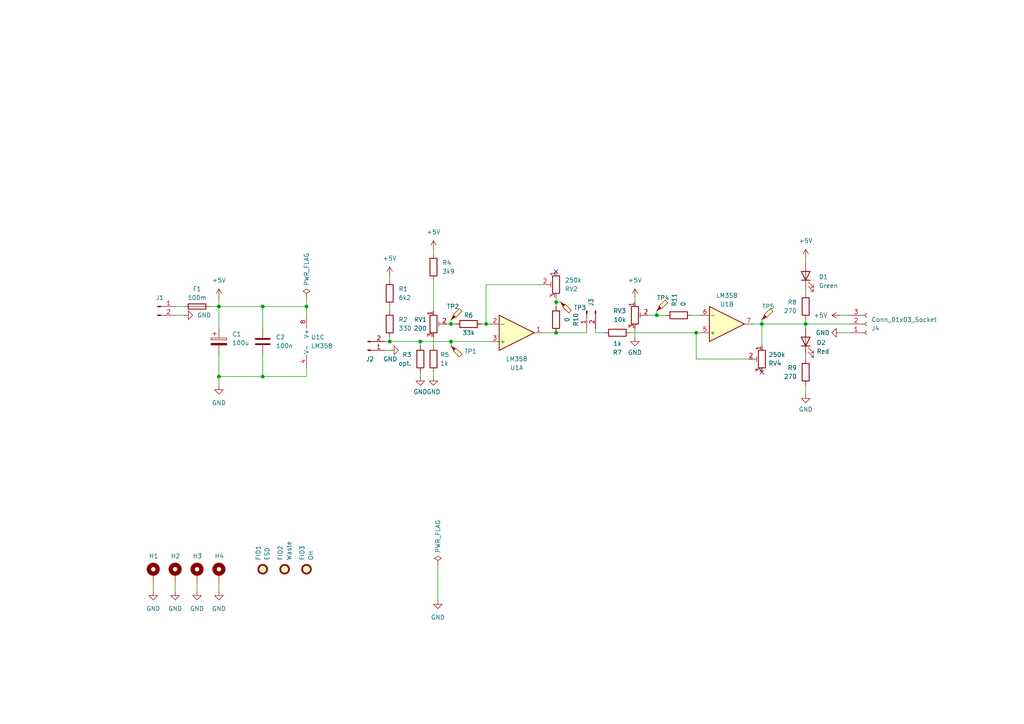
<source format=kicad_sch>
(kicad_sch (version 20230121) (generator eeschema)
  (paper "A4")
  (title_block (title "${acronym} - ${title}") (date "${date}") (rev "${revision}") (company "${company}") (comment 1 "${creator}") (comment 2 "${license}"))
  (lib_symbols
    (symbol "Amplifier_Operational:LM358" (pin_names (offset 0.127))
      (property "Reference" "U" (at 0 5.08 0))
      (property "Value" "LM358" (at 0 -5.08 0))
      (symbol "LM358_1_1"
        (polyline (pts (xy -5.08 5.08) (xy 5.08 0) (xy -5.08 -5.08) (xy -5.08 5.08)) (stroke (width 0.254)) (fill (type background)))
        (pin output line (at 7.62 0 180) (length 2.54) (name "~") (number "1"))
        (pin input line (at -7.62 -2.54 0) (length 2.54) (name "-") (number "2"))
        (pin input line (at -7.62 2.54 0) (length 2.54) (name "+") (number "3"))
      )
      (symbol "LM358_2_1"
        (polyline (pts (xy -5.08 5.08) (xy 5.08 0) (xy -5.08 -5.08) (xy -5.08 5.08)) (stroke (width 0.254)) (fill (type background)))
        (pin input line (at -7.62 2.54 0) (length 2.54) (name "+") (number "5"))
        (pin input line (at -7.62 -2.54 0) (length 2.54) (name "-") (number "6"))
        (pin output line (at 7.62 0 180) (length 2.54) (name "~") (number "7"))
      )
      (symbol "LM358_3_1"
        (pin power_in line (at -2.54 -7.62 90) (length 3.81) (name "V-") (number "4"))
        (pin power_in line (at -2.54 7.62 270) (length 3.81) (name "V+") (number "8"))
      )
    )
    (symbol "Connector:Conn_01x02_Pin" (pin_names (offset 1.016) hide)
      (property "Reference" "J" (at 0 2.54 0))
      (property "Value" "Conn_01x02_Pin" (at 0 -5.08 0))
      (symbol "Conn_01x02_Pin_1_1"
        (polyline (pts (xy 1.27 -2.54) (xy 0.8636 -2.54)) (stroke (width 0.1524)))
        (polyline (pts (xy 1.27 0) (xy 0.8636 0)) (stroke (width 0.1524)))
        (rectangle (start 0.8636 -2.413) (end 0 -2.667) (stroke (width 0.1524)) (fill (type outline)))
        (rectangle (start 0.8636 0.127) (end 0 -0.127) (stroke (width 0.1524)) (fill (type outline)))
        (pin passive line (at 5.08 0 180) (length 3.81) (name "Pin_1") (number "1"))
        (pin passive line (at 5.08 -2.54 180) (length 3.81) (name "Pin_2") (number "2"))
      )
    )
    (symbol "Connector:Conn_01x03_Socket" (pin_names (offset 1.016) hide)
      (property "Reference" "J" (at 0 5.08 0))
      (property "Value" "Conn_01x03_Socket" (at 0 -5.08 0))
      (symbol "Conn_01x03_Socket_1_1"
        (arc (start 0 -2.032) (mid -0.5058 -2.54) (end 0 -3.048) (stroke (width 0.1524)))
        (polyline (pts (xy -1.27 -2.54) (xy -0.508 -2.54)) (stroke (width 0.1524)))
        (polyline (pts (xy -1.27 0) (xy -0.508 0)) (stroke (width 0.1524)))
        (polyline (pts (xy -1.27 2.54) (xy -0.508 2.54)) (stroke (width 0.1524)))
        (arc (start 0 0.508) (mid -0.5058 0) (end 0 -0.508) (stroke (width 0.1524)))
        (arc (start 0 3.048) (mid -0.5058 2.54) (end 0 2.032) (stroke (width 0.1524)))
        (pin passive line (at -5.08 2.54 0) (length 3.81) (name "Pin_1") (number "1"))
        (pin passive line (at -5.08 0 0) (length 3.81) (name "Pin_2") (number "2"))
        (pin passive line (at -5.08 -2.54 0) (length 3.81) (name "Pin_3") (number "3"))
      )
    )
    (symbol "Connector:TestPoint_Probe" (pin_numbers hide) (pin_names (offset 0.762) hide)
      (property "Reference" "TP" (at 1.651 5.842 0))
      (property "Value" "TestPoint_Probe" (at 1.651 4.064 0))
      (symbol "TestPoint_Probe_0_1"
        (polyline (pts (xy 1.27 0.762) (xy 0 0) (xy 0.762 1.27) (xy 1.27 0.762)) (fill (type outline)))
        (polyline (pts (xy 1.397 0.635) (xy 0.635 1.397) (xy 2.413 3.175) (xy 3.175 2.413) (xy 1.397 0.635)) (fill (type background)))
      )
      (symbol "TestPoint_Probe_1_1"
        (pin passive line (at 0 0 90) (length 0) (name "1") (number "1"))
      )
    )
    (symbol "Device:C" (pin_numbers hide) (pin_names (offset 0.254))
      (property "Reference" "C" (at 0.635 2.54 0))
      (property "Value" "C" (at 0.635 -2.54 0))
      (symbol "C_0_1"
        (polyline (pts (xy -2.032 -0.762) (xy 2.032 -0.762)) (stroke (width 0.508)))
        (polyline (pts (xy -2.032 0.762) (xy 2.032 0.762)) (stroke (width 0.508)))
      )
      (symbol "C_1_1"
        (pin passive line (at 0 3.81 270) (length 2.794) (name "~") (number "1"))
        (pin passive line (at 0 -3.81 90) (length 2.794) (name "~") (number "2"))
      )
    )
    (symbol "Device:C_Polarized" (pin_numbers hide) (pin_names (offset 0.254))
      (property "Reference" "C" (at 0.635 2.54 0))
      (property "Value" "C_Polarized" (at 0.635 -2.54 0))
      (symbol "C_Polarized_0_1"
        (rectangle (start -2.286 0.508) (end 2.286 1.016))
        (polyline (pts (xy -1.778 2.286) (xy -0.762 2.286)))
        (polyline (pts (xy -1.27 2.794) (xy -1.27 1.778)))
        (rectangle (start 2.286 -0.508) (end -2.286 -1.016) (fill (type outline)))
      )
      (symbol "C_Polarized_1_1"
        (pin passive line (at 0 3.81 270) (length 2.794) (name "~") (number "1"))
        (pin passive line (at 0 -3.81 90) (length 2.794) (name "~") (number "2"))
      )
    )
    (symbol "Device:Fuse" (pin_numbers hide) (pin_names (offset 0))
      (property "Reference" "F" (at 2.032 0 90))
      (property "Value" "Fuse" (at -1.905 0 90))
      (symbol "Fuse_0_1"
        (rectangle (start -0.762 -2.54) (end 0.762 2.54) (stroke (width 0.254)))
        (polyline (pts (xy 0 2.54) (xy 0 -2.54)))
      )
      (symbol "Fuse_1_1"
        (pin passive line (at 0 3.81 270) (length 1.27) (name "~") (number "1"))
        (pin passive line (at 0 -3.81 90) (length 1.27) (name "~") (number "2"))
      )
    )
    (symbol "Device:LED" (pin_numbers hide) (pin_names (offset 1.016) hide)
      (property "Reference" "D" (at 0 2.54 0))
      (property "Value" "LED" (at 0 -2.54 0))
      (symbol "LED_0_1"
        (polyline (pts (xy -1.27 -1.27) (xy -1.27 1.27)) (stroke (width 0.254)))
        (polyline (pts (xy -1.27 0) (xy 1.27 0)))
        (polyline (pts (xy 1.27 -1.27) (xy 1.27 1.27) (xy -1.27 0) (xy 1.27 -1.27)) (stroke (width 0.254)))
        (polyline (pts (xy -3.048 -0.762) (xy -4.572 -2.286) (xy -3.81 -2.286) (xy -4.572 -2.286) (xy -4.572 -1.524)))
        (polyline (pts (xy -1.778 -0.762) (xy -3.302 -2.286) (xy -2.54 -2.286) (xy -3.302 -2.286) (xy -3.302 -1.524)))
      )
      (symbol "LED_1_1"
        (pin passive line (at -3.81 0 0) (length 2.54) (name "K") (number "1"))
        (pin passive line (at 3.81 0 180) (length 2.54) (name "A") (number "2"))
      )
    )
    (symbol "Device:R" (pin_numbers hide) (pin_names (offset 0))
      (property "Reference" "R" (at 2.032 0 90))
      (property "Value" "R" (at 0 0 90))
      (symbol "R_0_1"
        (rectangle (start -1.016 -2.54) (end 1.016 2.54) (stroke (width 0.254)))
      )
      (symbol "R_1_1"
        (pin passive line (at 0 3.81 270) (length 1.27) (name "~") (number "1"))
        (pin passive line (at 0 -3.81 90) (length 1.27) (name "~") (number "2"))
      )
    )
    (symbol "Device:R_Potentiometer_Trim" (pin_names (offset 1.016) hide)
      (property "Reference" "RV" (at -4.445 0 90))
      (property "Value" "R_Potentiometer_Trim" (at -2.54 0 90))
      (symbol "R_Potentiometer_Trim_0_1"
        (polyline (pts (xy 1.524 0.762) (xy 1.524 -0.762)))
        (polyline (pts (xy 2.54 0) (xy 1.524 0)))
        (rectangle (start 1.016 2.54) (end -1.016 -2.54) (stroke (width 0.254)))
      )
      (symbol "R_Potentiometer_Trim_1_1"
        (pin passive line (at 0 3.81 270) (length 1.27) (name "1") (number "1"))
        (pin passive line (at 3.81 0 180) (length 1.27) (name "2") (number "2"))
        (pin passive line (at 0 -3.81 90) (length 1.27) (name "3") (number "3"))
      )
    )
    (symbol "Mechanical:Fiducial"
      (property "Reference" "FID" (at 0 5.08 0))
      (property "Value" "Fiducial" (at 0 3.175 0))
      (symbol "Fiducial_0_1"
        (circle (center 0 0) (radius 1.27) (stroke (width 0.508)) (fill (type background)))
      )
    )
    (symbol "Mechanical:MountingHole_Pad" (pin_numbers hide) (pin_names (offset 1.016) hide)
      (property "Reference" "H" (at 0 6.35 0))
      (property "Value" "MountingHole_Pad" (at 0 4.445 0))
      (symbol "MountingHole_Pad_0_1"
        (circle (center 0 1.27) (radius 1.27) (stroke (width 1.27)))
      )
      (symbol "MountingHole_Pad_1_1"
        (pin input line (at 0 -2.54 90) (length 2.54) (name "1") (number "1"))
      )
    )
    (symbol "power:+5V" (power) (pin_names (offset 0))
      (property "Value" "+5V" (at 0 3.556 0))
      (symbol "+5V_0_1"
        (polyline (pts (xy -0.762 1.27) (xy 0 2.54)))
        (polyline (pts (xy 0 0) (xy 0 2.54)))
        (polyline (pts (xy 0 2.54) (xy 0.762 1.27)))
      )
      (symbol "+5V_1_1"
        (pin power_in line (at 0 0 90) (length 0) hide (name "+5V") (number "1"))
      )
    )
    (symbol "power:GND" (power) (pin_names (offset 0))
      (property "Value" "GND" (at 0 -3.81 0))
      (symbol "GND_0_1"
        (polyline (pts (xy 0 0) (xy 0 -1.27) (xy 1.27 -1.27) (xy 0 -2.54) (xy -1.27 -1.27) (xy 0 -1.27)))
      )
      (symbol "GND_1_1"
        (pin power_in line (at 0 0 270) (length 0) hide (name "GND") (number "1"))
      )
    )
    (symbol "power:PWR_FLAG" (power) (pin_numbers hide) (pin_names (offset 0) hide)
      (property "Value" "PWR_FLAG" (at 0 3.81 0))
      (symbol "PWR_FLAG_0_0"
        (pin power_out line (at 0 0 90) (length 0) (name "pwr") (number "1"))
      )
      (symbol "PWR_FLAG_0_1"
        (polyline (pts (xy 0 0) (xy 0 1.27) (xy -1.016 1.905) (xy 0 2.54) (xy 1.016 1.905) (xy 0 1.27)))
      )
    )
  )
  (junction (at 233.68 93.98))
  (junction (at 130.81 99.06))
  (junction (at 121.92 99.06))
  (junction (at 76.2 109.22))
  (junction (at 201.93 96.52))
  (junction (at 190.5 91.44))
  (junction (at 220.98 93.98))
  (junction (at 88.9 88.9))
  (junction (at 76.2 88.9))
  (junction (at 113.03 99.06))
  (junction (at 63.5 109.22))
  (junction (at 130.81 93.98))
  (junction (at 161.29 87.63))
  (junction (at 161.29 96.52))
  (junction (at 63.5 88.9))
  (junction (at 140.97 93.98))
  (no_connect (at 161.29 78.74))
  (no_connect (at 220.98 107.95))
  (wire (pts (xy 121.92 107.95) (xy 121.92 109.22)))
  (wire (pts (xy 113.03 99.06) (xy 121.92 99.06)))
  (wire (pts (xy 187.96 91.44) (xy 190.5 91.44)))
  (wire (pts (xy 220.98 92.71) (xy 220.98 93.98)))
  (wire (pts (xy 130.81 93.98) (xy 132.08 93.98)))
  (wire (pts (xy 184.15 86.36) (xy 184.15 87.63)))
  (wire (pts (xy 172.72 96.52) (xy 175.26 96.52)))
  (wire (pts (xy 220.98 93.98) (xy 233.68 93.98)))
  (wire (pts (xy 190.5 91.44) (xy 193.04 91.44)))
  (wire (pts (xy 125.73 97.79) (xy 125.73 100.33)))
  (wire (pts (xy 220.98 100.33) (xy 220.98 93.98)))
  (wire (pts (xy 50.8 168.91) (xy 50.8 171.45)))
  (wire (pts (xy 172.72 95.25) (xy 172.72 96.52)))
  (wire (pts (xy 218.44 93.98) (xy 220.98 93.98)))
  (wire (pts (xy 44.45 168.91) (xy 44.45 171.45)))
  (wire (pts (xy 63.5 168.91) (xy 63.5 171.45)))
  (wire (pts (xy 130.81 99.06) (xy 130.81 100.33)))
  (wire (pts (xy 88.9 106.68) (xy 88.9 109.22)))
  (wire (pts (xy 127 163.83) (xy 127 173.99)))
  (wire (pts (xy 113.03 88.9) (xy 113.03 90.17)))
  (wire (pts (xy 125.73 107.95) (xy 125.73 109.22)))
  (wire (pts (xy 111.76 101.6) (xy 113.03 101.6)))
  (wire (pts (xy 233.68 93.98) (xy 246.38 93.98)))
  (wire (pts (xy 157.48 82.55) (xy 140.97 82.55)))
  (wire (pts (xy 113.03 97.79) (xy 113.03 99.06)))
  (wire (pts (xy 161.29 87.63) (xy 162.56 87.63)))
  (wire (pts (xy 121.92 99.06) (xy 121.92 100.33)))
  (wire (pts (xy 63.5 88.9) (xy 63.5 95.25)))
  (wire (pts (xy 243.84 96.52) (xy 246.38 96.52)))
  (wire (pts (xy 140.97 82.55) (xy 140.97 93.98)))
  (wire (pts (xy 76.2 88.9) (xy 76.2 95.25)))
  (wire (pts (xy 60.96 88.9) (xy 63.5 88.9)))
  (wire (pts (xy 201.93 96.52) (xy 203.2 96.52)))
  (wire (pts (xy 88.9 109.22) (xy 76.2 109.22)))
  (wire (pts (xy 190.5 90.17) (xy 190.5 91.44)))
  (wire (pts (xy 57.15 168.91) (xy 57.15 171.45)))
  (wire (pts (xy 121.92 99.06) (xy 130.81 99.06)))
  (wire (pts (xy 201.93 104.14) (xy 201.93 96.52)))
  (wire (pts (xy 161.29 96.52) (xy 170.18 96.52)))
  (wire (pts (xy 63.5 109.22) (xy 63.5 111.76)))
  (wire (pts (xy 170.18 95.25) (xy 170.18 96.52)))
  (wire (pts (xy 130.81 92.71) (xy 130.81 93.98)))
  (wire (pts (xy 113.03 80.01) (xy 113.03 81.28)))
  (wire (pts (xy 233.68 74.93) (xy 233.68 76.2)))
  (wire (pts (xy 233.68 111.76) (xy 233.68 114.3)))
  (wire (pts (xy 88.9 91.44) (xy 88.9 88.9)))
  (wire (pts (xy 125.73 72.39) (xy 125.73 73.66)))
  (wire (pts (xy 111.76 99.06) (xy 113.03 99.06)))
  (wire (pts (xy 233.68 92.71) (xy 233.68 93.98)))
  (wire (pts (xy 63.5 109.22) (xy 76.2 109.22)))
  (wire (pts (xy 140.97 93.98) (xy 142.24 93.98)))
  (wire (pts (xy 182.88 96.52) (xy 201.93 96.52)))
  (wire (pts (xy 139.7 93.98) (xy 140.97 93.98)))
  (wire (pts (xy 233.68 95.25) (xy 233.68 93.98)))
  (wire (pts (xy 201.93 104.14) (xy 217.17 104.14)))
  (wire (pts (xy 76.2 88.9) (xy 88.9 88.9)))
  (wire (pts (xy 233.68 102.87) (xy 233.68 104.14)))
  (wire (pts (xy 200.66 91.44) (xy 203.2 91.44)))
  (wire (pts (xy 130.81 99.06) (xy 142.24 99.06)))
  (wire (pts (xy 157.48 96.52) (xy 161.29 96.52)))
  (wire (pts (xy 184.15 95.25) (xy 184.15 97.79)))
  (wire (pts (xy 76.2 102.87) (xy 76.2 109.22)))
  (wire (pts (xy 50.8 91.44) (xy 53.34 91.44)))
  (wire (pts (xy 161.29 87.63) (xy 161.29 88.9)))
  (wire (pts (xy 233.68 83.82) (xy 233.68 85.09)))
  (wire (pts (xy 63.5 86.36) (xy 63.5 88.9)))
  (wire (pts (xy 161.29 86.36) (xy 161.29 87.63)))
  (wire (pts (xy 243.84 91.44) (xy 246.38 91.44)))
  (wire (pts (xy 63.5 88.9) (xy 76.2 88.9)))
  (wire (pts (xy 50.8 88.9) (xy 53.34 88.9)))
  (wire (pts (xy 125.73 81.28) (xy 125.73 90.17)))
  (wire (pts (xy 88.9 86.36) (xy 88.9 88.9)))
  (wire (pts (xy 129.54 93.98) (xy 130.81 93.98)))
  (wire (pts (xy 63.5 102.87) (xy 63.5 109.22)))
  (symbol (lib_id "Device:R_Potentiometer_Trim") (at 220.98 104.14 0) (mirror y) (unit 1)
    (property "Reference" "RV4" (at 222.885 105.41 0) (effects (justify right)))
    (property "Value" "250k" (at 222.885 102.87 0) (effects (justify right)))
    (property "Footprint" "Potentiometer_THT:Potentiometer_Bourns_3296W_Vertical" (effects hide))
    (property "Hersteller" "HTL" (effects hide))
    (property "Nummer" "103424" (effects hide))
  )
  (symbol (lib_id "Mechanical:MountingHole_Pad") (at 50.8 166.37 0) (unit 1)
    (property "Reference" "H2" (at 49.53 161.29 0) (effects (justify left)))
    (property "Value" "MountingHole_Pad" (effects hide))
    (property "Footprint" "MountingHole:MountingHole_3.2mm_M3_DIN965_Pad" (effects hide))
    (property "Hersteller" "HTL" (effects hide))
    (property "Nummer" "101018, 101382 " (effects hide))
  )
  (symbol (lib_id "Device:R") (at 113.03 93.98 0) (unit 1)
    (property "Reference" "R2" (at 115.57 92.71 0) (effects (justify left)))
    (property "Value" "330" (at 115.57 95.25 0) (effects (justify left)))
    (property "Footprint" "Resistor_SMD:R_1206_3216Metric" (effects hide))
    (property "Hersteller" "HTL" (effects hide))
    (property "Nummer" "102940" (effects hide))
  )
  (symbol (lib_id "power:GND") (at 63.5 111.76 0) (unit 1)
    (property "Reference" "#PWR05" (effects hide))
    (property "Value" "GND" (at 63.5 116.84 0))
  )
  (symbol (lib_id "Device:R") (at 135.89 93.98 90) (unit 1)
    (property "Reference" "R6" (at 135.89 91.44 90))
    (property "Value" "33k" (at 135.89 96.52 90))
    (property "Footprint" "Resistor_SMD:R_1206_3216Metric" (effects hide))
    (property "Hersteller" "HTL" (effects hide))
    (property "Nummer" "102977" (effects hide))
  )
  (symbol (lib_id "Mechanical:Fiducial") (at 76.2 165.1 270) (mirror x) (unit 1)
    (property "Reference" "FID1" (at 74.93 162.56 0) (effects (justify left)))
    (property "Value" "ESD" (at 77.47 162.56 0) (effects (justify left)))
    (property "Footprint" "Symbol:ESD-Logo_6.6x6mm_SilkScreen" (effects hide))
  )
  (symbol (lib_id "power:GND") (at 44.45 171.45 0) (unit 1)
    (property "Reference" "#PWR01" (effects hide))
    (property "Value" "GND" (at 44.45 176.53 0))
  )
  (symbol (lib_id "Device:C") (at 76.2 99.06 0) (unit 1)
    (property "Reference" "C2" (at 80.01 97.79 0) (effects (justify left)))
    (property "Value" "100n" (at 80.01 100.33 0) (effects (justify left)))
    (property "Footprint" "Capacitor_SMD:C_1206_3216Metric" (effects hide))
    (property "Hersteller" "HTL" (effects hide))
    (property "Nummer" "100128" (effects hide))
  )
  (symbol (lib_id "Connector:TestPoint_Probe") (at 130.81 92.71 0) (unit 1)
    (property "Reference" "TP2" (at 129.54 88.9 0) (effects (justify left)))
    (property "Value" "TestPoint_Probe" (effects hide))
    (property "Footprint" "TestPoint:TestPoint_Pad_D1.5mm" (effects hide))
  )
  (symbol (lib_id "power:GND") (at 125.73 109.22 0) (unit 1)
    (property "Reference" "#PWR012" (effects hide))
    (property "Value" "GND" (at 125.73 113.665 0))
  )
  (symbol (lib_id "power:+5V") (at 233.68 74.93 0) (unit 1)
    (property "Reference" "#PWR015" (effects hide))
    (property "Value" "+5V" (at 233.68 69.85 0))
  )
  (symbol (lib_id "Device:R") (at 125.73 104.14 0) (unit 1)
    (property "Reference" "R5" (at 127.635 102.87 0) (effects (justify left)))
    (property "Value" "1k" (at 127.635 105.41 0) (effects (justify left)))
    (property "Footprint" "Resistor_SMD:R_1206_3216Metric" (effects hide))
    (property "Hersteller" "HTL" (effects hide))
    (property "Nummer" "102951" (effects hide))
  )
  (symbol (lib_id "Device:C_Polarized") (at 63.5 99.06 0) (unit 1)
    (property "Reference" "C1" (at 67.31 96.901 0) (effects (justify left)))
    (property "Value" "100u" (at 67.31 99.441 0) (effects (justify left)))
    (property "Footprint" "Capacitor_SMD:CP_Elec_8x6.5" (effects hide))
    (property "Hersteller" "HTL" (effects hide))
    (property "Nummer" "100142" (effects hide))
  )
  (symbol (lib_id "Mechanical:Fiducial") (at 88.9 165.1 270) (mirror x) (unit 1)
    (property "Reference" "FID3" (at 87.63 162.56 0) (effects (justify left)))
    (property "Value" "OH" (at 90.17 162.56 0) (effects (justify left)))
    (property "Footprint" "Symbol:OSHW-Logo_5.7x6mm_SilkScreen" (effects hide))
  )
  (symbol (lib_id "Mechanical:MountingHole_Pad") (at 44.45 166.37 0) (unit 1)
    (property "Reference" "H1" (at 43.18 161.29 0) (effects (justify left)))
    (property "Value" "MountingHole_Pad" (effects hide))
    (property "Footprint" "MountingHole:MountingHole_3.2mm_M3_DIN965_Pad" (effects hide))
    (property "Hersteller" "HTL" (effects hide))
    (property "Nummer" "101018, 101382 " (effects hide))
  )
  (symbol (lib_id "power:GND") (at 57.15 171.45 0) (unit 1)
    (property "Reference" "#PWR06" (effects hide))
    (property "Value" "GND" (at 57.15 176.53 0))
  )
  (symbol (lib_id "Amplifier_Operational:LM358") (at 210.82 93.98 0) (mirror x) (unit 2)
    (property "Reference" "U1" (at 210.82 88.265 0))
    (property "Value" "LM358" (at 210.82 85.725 0))
    (property "Footprint" "Package_SO:SOIC-8_3.9x4.9mm_P1.27mm" (effects hide))
    (property "Datasheet" "http://www.ti.com/lit/ds/symlink/lm2904-n.pdf" (effects hide))
    (property "Hersteller" "HTL" (effects hide))
    (property "Nummer" "100327" (effects hide))
  )
  (symbol (lib_id "Device:LED") (at 233.68 99.06 90) (unit 1)
    (property "Reference" "D2" (at 236.855 99.3775 90) (effects (justify right)))
    (property "Value" "Red" (at 236.855 101.9175 90) (effects (justify right)))
    (property "Footprint" "LED_SMD:LED_1206_3216Metric" (effects hide))
    (property "Hersteller" "HTL" (effects hide))
    (property "Nummer" "100458" (effects hide))
  )
  (symbol (lib_id "power:GND") (at 243.84 96.52 270) (unit 1)
    (property "Reference" "#PWR018" (effects hide))
    (property "Value" "GND" (at 240.665 96.52 90) (effects (justify right)))
  )
  (symbol (lib_id "power:GND") (at 113.03 101.6 90) (unit 1)
    (property "Reference" "#PWR09" (effects hide))
    (property "Value" "GND" (at 111.125 104.14 90) (effects (justify right)))
  )
  (symbol (lib_id "Device:R") (at 233.68 107.95 0) (mirror y) (unit 1)
    (property "Reference" "R9" (at 231.14 106.68 0) (effects (justify left)))
    (property "Value" "270" (at 231.14 109.22 0) (effects (justify left)))
    (property "Footprint" "Resistor_SMD:R_1206_3216Metric" (effects hide))
    (property "Hersteller" "HTL" (effects hide))
    (property "Nummer" "102938" (effects hide))
  )
  (symbol (lib_id "power:GND") (at 50.8 171.45 0) (unit 1)
    (property "Reference" "#PWR03" (effects hide))
    (property "Value" "GND" (at 50.8 176.53 0))
  )
  (symbol (lib_id "Amplifier_Operational:LM358") (at 149.86 96.52 0) (mirror x) (unit 1)
    (property "Reference" "U1" (at 149.86 106.68 0))
    (property "Value" "LM358" (at 149.86 104.14 0))
    (property "Footprint" "Package_SO:SOIC-8_3.9x4.9mm_P1.27mm" (effects hide))
    (property "Datasheet" "http://www.ti.com/lit/ds/symlink/lm2904-n.pdf" (effects hide))
    (property "Hersteller" "HTL" (effects hide))
    (property "Nummer" "100327" (effects hide))
  )
  (symbol (lib_id "power:GND") (at 53.34 91.44 90) (unit 1)
    (property "Reference" "#PWR02" (effects hide))
    (property "Value" "GND" (at 57.15 91.44 90) (effects (justify right)))
  )
  (symbol (lib_id "Connector:Conn_01x02_Pin") (at 106.68 101.6 0) (mirror x) (unit 1)
    (property "Reference" "J2" (at 107.315 104.14 0))
    (property "Value" "Conn_01x02_Pin" (effects hide))
    (property "Footprint" "Connector_Wago_SMD:WAGO_2060-402_998-404" (effects hide))
    (property "Hersteller" "HTL" (effects hide))
    (property "Nummer" "103421" (effects hide))
  )
  (symbol (lib_id "power:+5V") (at 184.15 86.36 0) (unit 1)
    (property "Reference" "#PWR013" (effects hide))
    (property "Value" "+5V" (at 184.15 81.28 0))
  )
  (symbol (lib_id "Device:R") (at 121.92 104.14 0) (mirror y) (unit 1)
    (property "Reference" "R3" (at 119.38 102.87 0) (effects (justify left)))
    (property "Value" "opt." (at 119.38 105.41 0) (effects (justify left)))
    (property "Footprint" "Resistor_SMD:R_1206_3216Metric" (effects hide))
  )
  (symbol (lib_id "Device:R_Potentiometer_Trim") (at 125.73 93.98 0) (unit 1)
    (property "Reference" "RV1" (at 123.825 92.71 0) (effects (justify right)))
    (property "Value" "200" (at 123.825 95.25 0) (effects (justify right)))
    (property "Footprint" "Potentiometer_THT:Potentiometer_Bourns_3296W_Vertical" (effects hide))
    (property "Hersteller" "HTL" (effects hide))
    (property "Nummer" "103423" (effects hide))
  )
  (symbol (lib_id "Mechanical:Fiducial") (at 82.55 165.1 270) (mirror x) (unit 1)
    (property "Reference" "FID2" (at 81.28 162.56 0) (effects (justify left)))
    (property "Value" "Waste" (at 83.82 162.56 0) (effects (justify left)))
    (property "Footprint" "Symbol:WEEE-Logo_4.2x6mm_SilkScreen" (effects hide))
  )
  (symbol (lib_id "Device:R") (at 196.85 91.44 90) (unit 1)
    (property "Reference" "R11" (at 195.58 88.9 0) (effects (justify left)))
    (property "Value" "0" (at 198.12 88.9 0) (effects (justify left)))
    (property "Footprint" "Resistor_SMD:R_1206_3216Metric" (effects hide))
    (property "Hersteller" "HTL" (effects hide))
    (property "Nummer" "102902" (effects hide))
  )
  (symbol (lib_id "power:+5V") (at 113.03 80.01 0) (unit 1)
    (property "Reference" "#PWR08" (effects hide))
    (property "Value" "+5V" (at 113.03 74.93 0))
  )
  (symbol (lib_id "power:GND") (at 63.5 171.45 0) (unit 1)
    (property "Reference" "#PWR07" (effects hide))
    (property "Value" "GND" (at 63.5 176.53 0))
  )
  (symbol (lib_id "Device:LED") (at 233.68 80.01 90) (unit 1)
    (property "Reference" "D1" (at 237.49 80.3275 90) (effects (justify right)))
    (property "Value" "Green" (at 237.49 82.8675 90) (effects (justify right)))
    (property "Footprint" "LED_SMD:LED_1206_3216Metric" (effects hide))
    (property "Hersteller" "HTL" (effects hide))
    (property "Nummer" "100459" (effects hide))
  )
  (symbol (lib_id "power:+5V") (at 63.5 86.36 0) (unit 1)
    (property "Reference" "#PWR04" (effects hide))
    (property "Value" "+5V" (at 63.5 81.28 0))
  )
  (symbol (lib_id "Connector:Conn_01x03_Socket") (at 251.46 93.98 0) (mirror x) (unit 1)
    (property "Reference" "J4" (at 252.73 95.25 0) (effects (justify left)))
    (property "Value" "Conn_01x03_Socket" (at 252.73 92.71 0) (effects (justify left)))
    (property "Footprint" "Connector_PinHeader_2.54mm:PinHeader_1x03_P2.54mm_Vertical" (effects hide))
    (property "Hersteller" "HTL" (effects hide))
    (property "Nummer" "101521" (effects hide))
  )
  (symbol (lib_id "Device:R") (at 233.68 88.9 0) (mirror y) (unit 1)
    (property "Reference" "R8" (at 231.14 87.63 0) (effects (justify left)))
    (property "Value" "270" (at 231.14 90.17 0) (effects (justify left)))
    (property "Footprint" "Resistor_SMD:R_1206_3216Metric" (effects hide))
    (property "Hersteller" "HTL" (effects hide))
    (property "Nummer" "102938" (effects hide))
  )
  (symbol (lib_id "Device:R_Potentiometer_Trim") (at 161.29 82.55 0) (mirror y) (unit 1)
    (property "Reference" "RV2" (at 163.83 83.82 0) (effects (justify right)))
    (property "Value" "250k" (at 163.83 81.28 0) (effects (justify right)))
    (property "Footprint" "Potentiometer_THT:Potentiometer_Bourns_3296W_Vertical" (effects hide))
    (property "Hersteller" "HTL" (effects hide))
    (property "Nummer" "103424" (effects hide))
  )
  (symbol (lib_id "power:+5V") (at 243.84 91.44 90) (unit 1)
    (property "Reference" "#PWR017" (effects hide))
    (property "Value" "+5V" (at 240.03 91.44 90) (effects (justify left)))
  )
  (symbol (lib_id "Connector:TestPoint_Probe") (at 130.81 100.33 0) (mirror x) (unit 1)
    (property "Reference" "TP1" (at 134.62 101.9175 0) (effects (justify left)))
    (property "Value" "TestPoint_Probe" (effects hide))
    (property "Footprint" "TestPoint:TestPoint_Pad_D1.5mm" (effects hide))
  )
  (symbol (lib_id "power:PWR_FLAG") (at 127 163.83 0) (unit 1)
    (property "Reference" "#FLG02" (effects hide))
    (property "Value" "PWR_FLAG" (at 127 155.575 90))
  )
  (symbol (lib_id "power:+5V") (at 125.73 72.39 0) (unit 1)
    (property "Reference" "#PWR011" (effects hide))
    (property "Value" "+5V" (at 125.73 67.31 0))
  )
  (symbol (lib_id "Mechanical:MountingHole_Pad") (at 57.15 166.37 0) (unit 1)
    (property "Reference" "H3" (at 55.88 161.29 0) (effects (justify left)))
    (property "Value" "MountingHole_Pad" (effects hide))
    (property "Footprint" "MountingHole:MountingHole_3.2mm_M3_DIN965_Pad" (effects hide))
    (property "Hersteller" "HTL" (effects hide))
    (property "Nummer" "101018, 101382 " (effects hide))
  )
  (symbol (lib_id "Device:R") (at 179.07 96.52 90) (mirror x) (unit 1)
    (property "Reference" "R7" (at 179.07 102.235 90))
    (property "Value" "1k" (at 179.07 99.695 90))
    (property "Footprint" "Resistor_SMD:R_1206_3216Metric" (effects hide))
    (property "Hersteller" "HTL" (effects hide))
    (property "Nummer" "102951" (effects hide))
  )
  (symbol (lib_id "Connector:TestPoint_Probe") (at 162.56 87.63 0) (mirror x) (unit 1)
    (property "Reference" "TP3" (at 166.37 89.2175 0) (effects (justify left)))
    (property "Value" "TestPoint_Probe" (effects hide))
    (property "Footprint" "TestPoint:TestPoint_Pad_D1.5mm" (effects hide))
  )
  (symbol (lib_id "Connector:TestPoint_Probe") (at 190.5 90.17 0) (unit 1)
    (property "Reference" "TP4" (at 190.5 86.36 0) (effects (justify left)))
    (property "Value" "TestPoint_Probe" (effects hide))
    (property "Footprint" "TestPoint:TestPoint_Pad_D1.5mm" (effects hide))
  )
  (symbol (lib_id "Mechanical:MountingHole_Pad") (at 63.5 166.37 0) (unit 1)
    (property "Reference" "H4" (at 62.23 161.29 0) (effects (justify left)))
    (property "Value" "MountingHole_Pad" (effects hide))
    (property "Footprint" "MountingHole:MountingHole_3.2mm_M3_DIN965_Pad" (effects hide))
    (property "Hersteller" "HTL" (effects hide))
    (property "Nummer" "101018, 101382 " (effects hide))
  )
  (symbol (lib_id "power:GND") (at 121.92 109.22 0) (unit 1)
    (property "Reference" "#PWR010" (effects hide))
    (property "Value" "GND" (at 121.92 113.665 0))
  )
  (symbol (lib_id "Device:R_Potentiometer_Trim") (at 184.15 91.44 0) (unit 1)
    (property "Reference" "RV3" (at 181.61 90.17 0) (effects (justify right)))
    (property "Value" "10k" (at 181.61 92.71 0) (effects (justify right)))
    (property "Footprint" "Potentiometer_THT:Potentiometer_Bourns_3296W_Vertical" (effects hide))
    (property "Hersteller" "HTL" (effects hide))
    (property "Nummer" "100424" (effects hide))
  )
  (symbol (lib_id "Device:R") (at 161.29 92.71 0) (mirror x) (unit 1)
    (property "Reference" "R10" (at 167.005 92.71 90))
    (property "Value" "0" (at 164.465 92.71 90))
    (property "Footprint" "Resistor_THT:R_Axial_DIN0309_L9.0mm_D3.2mm_P12.70mm_Horizontal" (effects hide))
    (property "Hersteller" "HTL" (effects hide))
    (property "Nummer" "102765" (effects hide))
  )
  (symbol (lib_id "Connector:TestPoint_Probe") (at 220.98 92.71 0) (unit 1)
    (property "Reference" "TP5" (at 220.98 88.9 0) (effects (justify left)))
    (property "Value" "TestPoint_Probe" (effects hide))
    (property "Footprint" "TestPoint:TestPoint_Pad_D1.5mm" (effects hide))
  )
  (symbol (lib_id "Amplifier_Operational:LM358") (at 91.44 99.06 0) (unit 3)
    (property "Reference" "U1" (at 90.17 97.79 0) (effects (justify left)))
    (property "Value" "LM358" (at 90.17 100.33 0) (effects (justify left)))
    (property "Footprint" "Package_SO:SOIC-8_3.9x4.9mm_P1.27mm" (effects hide))
    (property "Datasheet" "http://www.ti.com/lit/ds/symlink/lm2904-n.pdf" (effects hide))
    (property "Hersteller" "HTL" (effects hide))
    (property "Nummer" "100327" (effects hide))
  )
  (symbol (lib_id "Connector:Conn_01x02_Pin") (at 45.72 88.9 0) (unit 1)
    (property "Reference" "J1" (at 46.355 86.36 0))
    (property "Value" "Conn_01x02_Pin" (effects hide))
    (property "Footprint" "Connector_PinHeader_2.54mm:PinHeader_1x02_P2.54mm_Vertical" (effects hide))
    (property "Hersteller" "HTL" (effects hide))
    (property "Nummer" "101521" (effects hide))
  )
  (symbol (lib_id "Connector:Conn_01x02_Pin") (at 170.18 90.17 90) (mirror x) (unit 1)
    (property "Reference" "J3" (at 171.45 88.9 0) (effects (justify right)))
    (property "Value" "Conn_01x02_Pin" (effects hide))
    (property "Footprint" "Connector_PinHeader_2.54mm:PinHeader_1x02_P2.54mm_Vertical" (effects hide))
    (property "Hersteller" "HTL" (effects hide))
    (property "Nummer" "101521" (effects hide))
  )
  (symbol (lib_id "power:PWR_FLAG") (at 88.9 86.36 0) (unit 1)
    (property "Reference" "#FLG01" (effects hide))
    (property "Value" "PWR_FLAG" (at 88.9 78.105 90))
  )
  (symbol (lib_id "Device:Fuse") (at 57.15 88.9 90) (unit 1)
    (property "Reference" "F1" (at 57.15 83.82 90))
    (property "Value" "100m" (at 57.15 86.36 90))
    (property "Footprint" "Fuse:Fuse_1206_3216Metric" (effects hide))
    (property "Hersteller" "HTL" (effects hide))
    (property "Nummer" "101639" (effects hide))
  )
  (symbol (lib_id "Device:R") (at 125.73 77.47 0) (unit 1)
    (property "Reference" "R4" (at 128.27 76.2 0) (effects (justify left)))
    (property "Value" "3k9" (at 128.27 78.74 0) (effects (justify left)))
    (property "Footprint" "Resistor_SMD:R_1206_3216Metric" (effects hide))
    (property "Hersteller" "HTL" (effects hide))
    (property "Nummer" "102960" (effects hide))
  )
  (symbol (lib_id "Device:R") (at 113.03 85.09 0) (unit 1)
    (property "Reference" "R1" (at 115.57 83.82 0) (effects (justify left)))
    (property "Value" "6k2" (at 115.57 86.36 0) (effects (justify left)))
    (property "Footprint" "Resistor_SMD:R_1206_3216Metric" (effects hide))
    (property "Hersteller" "HTL" (effects hide))
    (property "Nummer" "103422" (effects hide))
  )
  (symbol (lib_id "power:GND") (at 233.68 114.3 0) (unit 1)
    (property "Reference" "#PWR016" (effects hide))
    (property "Value" "GND" (at 233.68 118.745 0))
  )
  (symbol (lib_id "power:GND") (at 127 173.99 0) (unit 1)
    (property "Reference" "#PWR023" (effects hide))
    (property "Value" "GND" (at 127 179.07 0))
  )
  (symbol (lib_id "power:GND") (at 184.15 97.79 0) (unit 1)
    (property "Reference" "#PWR014" (effects hide))
    (property "Value" "GND" (at 184.15 102.235 0))
  )
)
</source>
